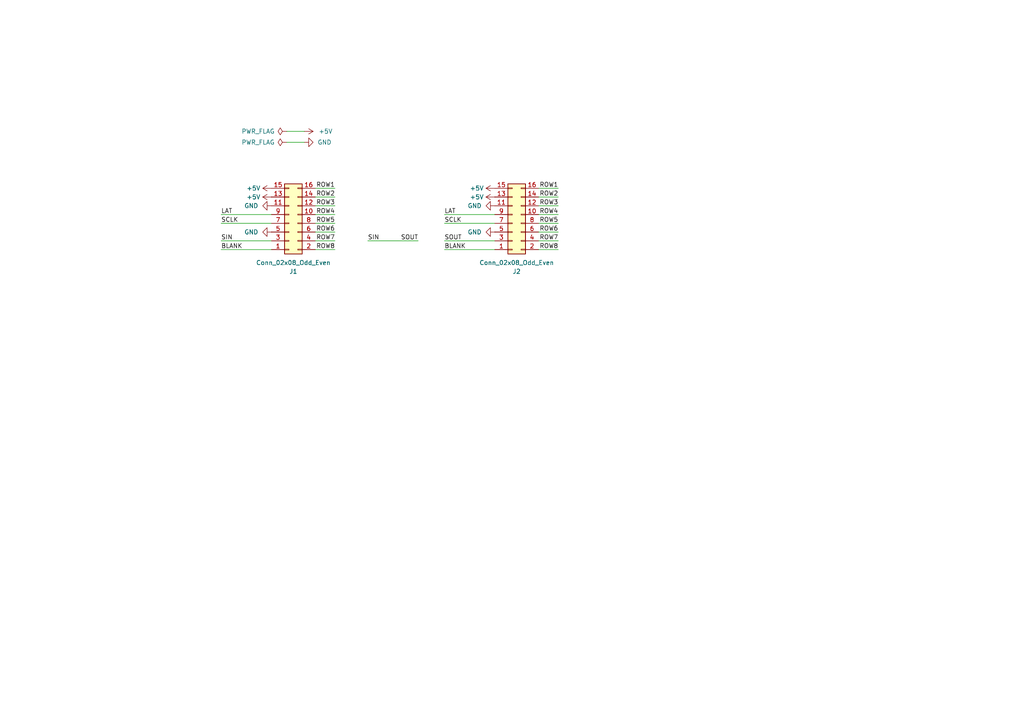
<source format=kicad_sch>
(kicad_sch (version 20250114) (generator "eeschema") (generator_version "9.0")
  (paper "A4")
  (lib_symbols
    (symbol "Connector_Generic:Conn_02x08_Odd_Even" (pin_names (offset 1.016) (hide yes))
      (property "Reference" "J" (at 1.27 10.16 0))
      (property "Value" "Conn_02x08_Odd_Even" (at 1.27 -12.7 0))
      (symbol "Conn_02x08_Odd_Even_1_1"
        (rectangle (start -1.27 8.89) (end 3.81 -11.43) (stroke (width 0.254)) (fill (type background)))
        (rectangle (start -1.27 7.747) (end 0 7.493) (stroke (width 0.1524)))
        (rectangle (start -1.27 5.207) (end 0 4.953) (stroke (width 0.1524)))
        (rectangle (start -1.27 2.667) (end 0 2.413) (stroke (width 0.1524)))
        (rectangle (start -1.27 0.127) (end 0 -0.127) (stroke (width 0.1524)))
        (rectangle (start -1.27 -2.413) (end 0 -2.667) (stroke (width 0.1524)))
        (rectangle (start -1.27 -4.953) (end 0 -5.207) (stroke (width 0.1524)))
        (rectangle (start -1.27 -7.493) (end 0 -7.747) (stroke (width 0.1524)))
        (rectangle (start -1.27 -10.033) (end 0 -10.287) (stroke (width 0.1524)))
        (rectangle (start 3.81 7.747) (end 2.54 7.493) (stroke (width 0.1524)))
        (rectangle (start 3.81 5.207) (end 2.54 4.953) (stroke (width 0.1524)))
        (rectangle (start 3.81 2.667) (end 2.54 2.413) (stroke (width 0.1524)))
        (rectangle (start 3.81 0.127) (end 2.54 -0.127) (stroke (width 0.1524)))
        (rectangle (start 3.81 -2.413) (end 2.54 -2.667) (stroke (width 0.1524)))
        (rectangle (start 3.81 -4.953) (end 2.54 -5.207) (stroke (width 0.1524)))
        (rectangle (start 3.81 -7.493) (end 2.54 -7.747) (stroke (width 0.1524)))
        (rectangle (start 3.81 -10.033) (end 2.54 -10.287) (stroke (width 0.1524)))
        (pin passive line (at -5.08 7.62 0) (length 3.81) (name "Pin_1") (number "1"))
        (pin passive line (at -5.08 5.08 0) (length 3.81) (name "Pin_3") (number "3"))
        (pin passive line (at -5.08 2.54 0) (length 3.81) (name "Pin_5") (number "5"))
        (pin passive line (at -5.08 0 0) (length 3.81) (name "Pin_7") (number "7"))
        (pin passive line (at -5.08 -2.54 0) (length 3.81) (name "Pin_9") (number "9"))
        (pin passive line (at -5.08 -5.08 0) (length 3.81) (name "Pin_11") (number "11"))
        (pin passive line (at -5.08 -7.62 0) (length 3.81) (name "Pin_13") (number "13"))
        (pin passive line (at -5.08 -10.16 0) (length 3.81) (name "Pin_15") (number "15"))
        (pin passive line (at 7.62 7.62 180) (length 3.81) (name "Pin_2") (number "2"))
        (pin passive line (at 7.62 5.08 180) (length 3.81) (name "Pin_4") (number "4"))
        (pin passive line (at 7.62 2.54 180) (length 3.81) (name "Pin_6") (number "6"))
        (pin passive line (at 7.62 0 180) (length 3.81) (name "Pin_8") (number "8"))
        (pin passive line (at 7.62 -2.54 180) (length 3.81) (name "Pin_10") (number "10"))
        (pin passive line (at 7.62 -5.08 180) (length 3.81) (name "Pin_12") (number "12"))
        (pin passive line (at 7.62 -7.62 180) (length 3.81) (name "Pin_14") (number "14"))
        (pin passive line (at 7.62 -10.16 180) (length 3.81) (name "Pin_16") (number "16"))
      )
    )
    (symbol "power:+5V" (power) (pin_numbers (hide yes)) (pin_names (offset 0) (hide yes))
      (property "Value" "+5V" (at 0 3.556 0))
      (symbol "+5V_0_1"
        (polyline (pts (xy -0.762 1.27) (xy 0 2.54)))
        (polyline (pts (xy 0 2.54) (xy 0.762 1.27)))
        (polyline (pts (xy 0 0) (xy 0 2.54)))
      )
      (symbol "+5V_1_1"
        (pin power_in line (at 0 0 90) (length 0) (name "~") (number "1"))
      )
    )
    (symbol "power:GND" (power) (pin_numbers (hide yes)) (pin_names (offset 0) (hide yes))
      (property "Value" "GND" (at 0 -3.81 0))
      (symbol "GND_0_1"
        (polyline (pts (xy 0 0) (xy 0 -1.27) (xy 1.27 -1.27) (xy 0 -2.54) (xy -1.27 -1.27) (xy 0 -1.27)))
      )
      (symbol "GND_1_1"
        (pin power_in line (at 0 0 270) (length 0) (name "~") (number "1"))
      )
    )
    (symbol "power:PWR_FLAG" (power) (pin_numbers (hide yes)) (pin_names (offset 0) (hide yes))
      (property "Value" "PWR_FLAG" (at 0 3.81 0))
      (symbol "PWR_FLAG_0_0"
        (pin power_out line (at 0 0 90) (length 0) (name "~") (number "1"))
      )
      (symbol "PWR_FLAG_0_1"
        (polyline (pts (xy 0 0) (xy 0 1.27) (xy -1.016 1.905) (xy 0 2.54) (xy 1.016 1.905) (xy 0 1.27)))
      )
    )
  )
  (wire (pts (xy 97.155 62.23) (xy 91.44 62.23)))
  (wire (pts (xy 161.925 57.15) (xy 156.21 57.15)))
  (wire (pts (xy 97.155 72.39) (xy 91.44 72.39)))
  (wire (pts (xy 97.155 64.77) (xy 91.44 64.77)))
  (wire (pts (xy 161.925 62.23) (xy 156.21 62.23)))
  (wire (pts (xy 97.155 67.31) (xy 91.44 67.31)))
  (wire (pts (xy 161.925 64.77) (xy 156.21 64.77)))
  (wire (pts (xy 97.155 54.61) (xy 91.44 54.61)))
  (wire (pts (xy 97.155 59.69) (xy 91.44 59.69)))
  (wire (pts (xy 161.925 59.69) (xy 156.21 59.69)))
  (wire (pts (xy 143.51 72.39) (xy 128.905 72.39)))
  (wire (pts (xy 88.265 38.1) (xy 83.185 38.1)))
  (wire (pts (xy 121.285 69.85) (xy 106.68 69.85)))
  (wire (pts (xy 97.155 57.15) (xy 91.44 57.15)))
  (wire (pts (xy 161.925 69.85) (xy 156.21 69.85)))
  (wire (pts (xy 78.74 72.39) (xy 64.135 72.39)))
  (wire (pts (xy 143.51 64.77) (xy 128.905 64.77)))
  (wire (pts (xy 161.925 54.61) (xy 156.21 54.61)))
  (wire (pts (xy 78.74 69.85) (xy 64.135 69.85)))
  (wire (pts (xy 143.51 62.23) (xy 128.905 62.23)))
  (wire (pts (xy 97.155 69.85) (xy 91.44 69.85)))
  (wire (pts (xy 78.74 64.77) (xy 64.135 64.77)))
  (wire (pts (xy 161.925 72.39) (xy 156.21 72.39)))
  (wire (pts (xy 88.265 41.275) (xy 83.185 41.275)))
  (wire (pts (xy 78.74 62.23) (xy 64.135 62.23)))
  (wire (pts (xy 161.925 67.31) (xy 156.21 67.31)))
  (wire (pts (xy 143.51 69.85) (xy 128.905 69.85)))
  (label "BLANK" (at 128.905 72.39 0))
  (label "ROW3" (at 97.155 59.69 180))
  (label "ROW8" (at 97.155 72.39 180))
  (label "ROW2" (at 161.925 57.15 180))
  (label "SOUT" (at 121.285 69.85 180))
  (label "ROW3" (at 161.925 59.69 180))
  (label "SCLK" (at 64.135 64.77 0))
  (label "ROW2" (at 97.155 57.15 180))
  (label "ROW7" (at 97.155 69.85 180))
  (label "SIN" (at 106.68 69.85 0))
  (label "ROW6" (at 97.155 67.31 180))
  (label "ROW1" (at 161.925 54.61 180))
  (label "BLANK" (at 64.135 72.39 0))
  (label "ROW6" (at 161.925 67.31 180))
  (label "ROW4" (at 97.155 62.23 180))
  (label "SCLK" (at 128.905 64.77 0))
  (label "ROW7" (at 161.925 69.85 180))
  (label "LAT" (at 64.135 62.23 0))
  (label "SIN" (at 64.135 69.85 0))
  (label "ROW5" (at 161.925 64.77 180))
  (label "ROW1" (at 97.155 54.61 180))
  (label "SOUT" (at 128.905 69.85 0))
  (label "ROW5" (at 97.155 64.77 180))
  (label "ROW4" (at 161.925 62.23 180))
  (label "LAT" (at 128.905 62.23 0))
  (label "ROW8" (at 161.925 72.39 180))
  (symbol (lib_id "power:+5V") (at 143.51 54.61 90) (unit 1)
    (property "Reference" "#PWR02" (effects (hide yes)))
    (property "Value" "+5V" (at 140.335 54.6099 90) (effects (justify left)))
    (property "Description" "Power symbol creates a global label with name \"+5V\"" (effects (hide yes)))
  )
  (symbol (lib_id "Connector_Generic:Conn_02x08_Odd_Even") (at 148.59 64.77 0) (mirror x) (unit 1)
    (property "Reference" "J2" (at 149.86 78.74 0))
    (property "Value" "Conn_02x08_Odd_Even" (at 149.86 76.2 0))
    (property "Footprint" "Connector_PinSocket_2.54mm:PinSocket_2x08_P2.54mm_Horizontal" (effects (hide yes)))
    (property "Description" "Generic connector, double row, 02x08, odd/even pin numbering scheme (row 1 odd numbers, row 2 even numbers), script generated (kicad-library-utils/schlib/autogen/connector/)" (effects (hide yes)))
  )
  (symbol (lib_id "power:GND") (at 78.74 67.31 270) (unit 1)
    (property "Reference" "#PWR07" (effects (hide yes)))
    (property "Value" "GND" (at 74.93 67.3099 90) (effects (justify right)))
    (property "Description" "Power symbol creates a global label with name \"GND\" , ground" (effects (hide yes)))
  )
  (symbol (lib_id "power:PWR_FLAG") (at 83.185 41.275 90) (unit 1)
    (property "Reference" "#FLG02" (effects (hide yes)))
    (property "Value" "PWR_FLAG" (at 79.6925 41.2749 90) (effects (justify left)))
    (property "Description" "Special symbol for telling ERC where power comes from" (effects (hide yes)))
  )
  (symbol (lib_id "power:GND") (at 143.51 59.69 270) (unit 1)
    (property "Reference" "#PWR06" (effects (hide yes)))
    (property "Value" "GND" (at 139.7 59.6899 90) (effects (justify right)))
    (property "Description" "Power symbol creates a global label with name \"GND\" , ground" (effects (hide yes)))
  )
  (symbol (lib_id "power:GND") (at 78.74 59.69 270) (unit 1)
    (property "Reference" "#PWR05" (effects (hide yes)))
    (property "Value" "GND" (at 74.93 59.6899 90) (effects (justify right)))
    (property "Description" "Power symbol creates a global label with name \"GND\" , ground" (effects (hide yes)))
  )
  (symbol (lib_id "power:PWR_FLAG") (at 83.185 38.1 90) (unit 1)
    (property "Reference" "#FLG01" (effects (hide yes)))
    (property "Value" "PWR_FLAG" (at 79.6925 38.0999 90) (effects (justify left)))
    (property "Description" "Special symbol for telling ERC where power comes from" (effects (hide yes)))
  )
  (symbol (lib_id "power:GND") (at 143.51 67.31 270) (unit 1)
    (property "Reference" "#PWR08" (effects (hide yes)))
    (property "Value" "GND" (at 139.7 67.3099 90) (effects (justify right)))
    (property "Description" "Power symbol creates a global label with name \"GND\" , ground" (effects (hide yes)))
  )
  (symbol (lib_id "power:+5V") (at 143.51 57.15 90) (unit 1)
    (property "Reference" "#PWR04" (effects (hide yes)))
    (property "Value" "+5V" (at 140.335 57.1499 90) (effects (justify left)))
    (property "Description" "Power symbol creates a global label with name \"+5V\"" (effects (hide yes)))
  )
  (symbol (lib_id "Connector_Generic:Conn_02x08_Odd_Even") (at 83.82 64.77 0) (mirror x) (unit 1)
    (property "Reference" "J1" (at 85.09 78.74 0))
    (property "Value" "Conn_02x08_Odd_Even" (at 85.09 76.2 0))
    (property "Footprint" "Connector_PinHeader_2.54mm:PinHeader_2x08_P2.54mm_Horizontal" (effects (hide yes)))
    (property "Description" "Generic connector, double row, 02x08, odd/even pin numbering scheme (row 1 odd numbers, row 2 even numbers), script generated (kicad-library-utils/schlib/autogen/connector/)" (effects (hide yes)))
  )
  (symbol (lib_id "power:+5V") (at 88.265 38.1 270) (unit 1)
    (property "Reference" "#PWR09" (effects (hide yes)))
    (property "Value" "+5V" (at 92.3925 38.0999 90) (effects (justify left)))
    (property "Description" "Power symbol creates a global label with name \"+5V\"" (effects (hide yes)))
  )
  (symbol (lib_id "power:+5V") (at 78.74 54.61 90) (unit 1)
    (property "Reference" "#PWR01" (effects (hide yes)))
    (property "Value" "+5V" (at 75.565 54.6099 90) (effects (justify left)))
    (property "Description" "Power symbol creates a global label with name \"+5V\"" (effects (hide yes)))
  )
  (symbol (lib_id "power:+5V") (at 78.74 57.15 90) (unit 1)
    (property "Reference" "#PWR03" (effects (hide yes)))
    (property "Value" "+5V" (at 75.565 57.1499 90) (effects (justify left)))
    (property "Description" "Power symbol creates a global label with name \"+5V\"" (effects (hide yes)))
  )
  (symbol (lib_id "power:GND") (at 88.265 41.275 90) (unit 1)
    (property "Reference" "#PWR010" (effects (hide yes)))
    (property "Value" "GND" (at 92.075 41.2749 90) (effects (justify right)))
    (property "Description" "Power symbol creates a global label with name \"GND\" , ground" (effects (hide yes)))
  )
)
</source>
